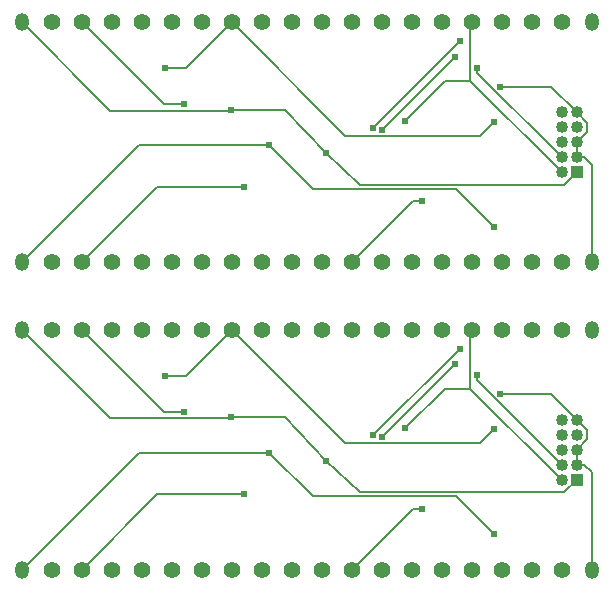
<source format=gbl>
G75*
G70*
%OFA0B0*%
%FSLAX25Y25*%
%IPPOS*%
%LPD*%
%AMOC8*
5,1,8,0,0,1.08239X$1,22.5*
%
%ADD10C,0.05500*%
%ADD13C,0.00600*%
%ADD18R,0.04000X0.04000*%
%ADD25O,0.04720X0.05910*%
%ADD31C,0.02400*%
%ADD39C,0.04000*%
X0010000Y0010000D02*
G01*
D13*
D10*
X0053430Y0015000D03*
X0103430Y0095000D03*
X0093430Y0095000D03*
X0073430Y0095000D03*
X0063430Y0095000D03*
X0133430Y0015000D03*
X0143430Y0015000D03*
X0153430Y0015000D03*
X0163430Y0015000D03*
X0173430Y0015000D03*
X0183430Y0015000D03*
X0113430Y0095000D03*
X0043430Y0015000D03*
X0033430Y0015000D03*
X0023430Y0015000D03*
X0033430Y0095000D03*
X0043430Y0095000D03*
D25*
X0013430Y0015000D03*
D10*
X0143430Y0095000D03*
X0073430Y0015000D03*
X0083430Y0015000D03*
X0093430Y0015000D03*
X0193430Y0015000D03*
D25*
X0203430Y0095000D03*
D10*
X0193430Y0095000D03*
X0183430Y0095000D03*
X0173430Y0095000D03*
X0163430Y0095000D03*
X0153430Y0095000D03*
X0063430Y0015000D03*
D25*
X0203430Y0015000D03*
X0013430Y0095000D03*
D10*
X0053430Y0095000D03*
X0083430Y0095000D03*
X0103430Y0015000D03*
X0113430Y0015000D03*
X0123430Y0015000D03*
X0133430Y0095000D03*
X0123430Y0095000D03*
X0023430Y0095000D03*
D18*
X0198430Y0045000D03*
D39*
X0193430Y0045000D03*
X0198430Y0050000D03*
X0193430Y0050000D03*
X0198430Y0055000D03*
X0193430Y0055000D03*
X0198430Y0060000D03*
X0193430Y0060000D03*
X0198430Y0065000D03*
X0193430Y0065000D03*
D31*
X0061270Y0079780D03*
X0170940Y0061870D03*
X0146900Y0035470D03*
X0165180Y0079900D03*
X0141170Y0062210D03*
X0170900Y0026870D03*
X0095750Y0054160D03*
X0172840Y0073610D03*
X0130590Y0059920D03*
X0159430Y0088760D03*
X0133670Y0059320D03*
X0157990Y0083640D03*
X0087690Y0040230D03*
X0067400Y0067700D03*
X0115030Y0051400D03*
X0083290Y0065840D03*
D13*
X0083430Y0095000D02*
X0068210Y0079780D01*
X0121250Y0057180D02*
X0166250Y0057180D01*
X0068210Y0079780D02*
X0061270Y0079780D01*
X0083430Y0095000D02*
X0121250Y0057180D01*
X0166250Y0057180D02*
X0170940Y0061870D01*
X0123430Y0015000D02*
X0143900Y0035470D01*
X0143900Y0035470D02*
X0146900Y0035470D01*
X0165180Y0078250D02*
X0193430Y0050000D01*
X0165180Y0079900D02*
X0165180Y0078250D01*
X0193430Y0045000D02*
X0163020Y0075410D01*
X0163020Y0094590D02*
X0163430Y0095000D01*
X0163020Y0075410D02*
X0163020Y0094590D01*
X0154370Y0075410D02*
X0141170Y0062210D01*
X0163020Y0075410D02*
X0154370Y0075410D01*
X0095750Y0054160D02*
X0052590Y0054160D01*
X0052590Y0054160D02*
X0013430Y0015000D01*
X0170900Y0026870D02*
X0158270Y0039500D01*
X0110410Y0039500D02*
X0095750Y0054160D01*
X0158270Y0039500D02*
X0110410Y0039500D01*
X0201930Y0058500D02*
X0198430Y0055000D01*
X0198430Y0065000D02*
X0189820Y0073610D01*
X0189820Y0073610D02*
X0172840Y0073610D01*
X0198430Y0050000D02*
X0200930Y0050000D01*
X0200930Y0050000D02*
X0203430Y0047500D01*
X0203430Y0047500D02*
X0203430Y0015000D01*
X0198430Y0055000D02*
X0198430Y0050000D01*
X0198430Y0065000D02*
X0201930Y0061500D01*
X0201930Y0061500D02*
X0201930Y0058500D01*
X0159430Y0088760D02*
X0130590Y0059920D01*
X0157990Y0083640D02*
X0133670Y0059320D01*
X0087690Y0040230D02*
X0058660Y0040230D01*
X0058660Y0040230D02*
X0033430Y0015000D01*
X0060730Y0067700D02*
X0033430Y0095000D01*
X0067400Y0067700D02*
X0060730Y0067700D01*
X0115030Y0051400D02*
X0101340Y0065840D01*
X0126310Y0040870D02*
X0115030Y0051400D01*
X0082970Y0065520D02*
X0083290Y0065840D01*
X0198430Y0045000D02*
X0194300Y0040870D01*
X0101340Y0065840D02*
X0083290Y0065840D01*
X0194300Y0040870D02*
X0126310Y0040870D01*
X0042910Y0065520D02*
X0082970Y0065520D01*
X0013430Y0095000D02*
X0042910Y0065520D01*
X0010000Y0112500D02*
G01*
D13*
D10*
X0053430Y0117500D03*
X0103430Y0197500D03*
X0093430Y0197500D03*
X0073430Y0197500D03*
X0063430Y0197500D03*
X0133430Y0117500D03*
X0143430Y0117500D03*
X0153430Y0117500D03*
X0163430Y0117500D03*
X0173430Y0117500D03*
X0183430Y0117500D03*
X0113430Y0197500D03*
X0043430Y0117500D03*
X0033430Y0117500D03*
X0023430Y0117500D03*
X0033430Y0197500D03*
X0043430Y0197500D03*
D25*
X0013430Y0117500D03*
D10*
X0143430Y0197500D03*
X0073430Y0117500D03*
X0083430Y0117500D03*
X0093430Y0117500D03*
X0193430Y0117500D03*
D25*
X0203430Y0197500D03*
D10*
X0193430Y0197500D03*
X0183430Y0197500D03*
X0173430Y0197500D03*
X0163430Y0197500D03*
X0153430Y0197500D03*
X0063430Y0117500D03*
D25*
X0203430Y0117500D03*
X0013430Y0197500D03*
D10*
X0053430Y0197500D03*
X0083430Y0197500D03*
X0103430Y0117500D03*
X0113430Y0117500D03*
X0123430Y0117500D03*
X0133430Y0197500D03*
X0123430Y0197500D03*
X0023430Y0197500D03*
D18*
X0198430Y0147500D03*
D39*
X0193430Y0147500D03*
X0198430Y0152500D03*
X0193430Y0152500D03*
X0198430Y0157500D03*
X0193430Y0157500D03*
X0198430Y0162500D03*
X0193430Y0162500D03*
X0198430Y0167500D03*
X0193430Y0167500D03*
D31*
X0061270Y0182280D03*
X0170940Y0164370D03*
X0146900Y0137970D03*
X0165180Y0182400D03*
X0141170Y0164710D03*
X0170900Y0129370D03*
X0095750Y0156660D03*
X0172840Y0176110D03*
X0130590Y0162420D03*
X0159430Y0191260D03*
X0133670Y0161820D03*
X0157990Y0186140D03*
X0087690Y0142730D03*
X0067400Y0170200D03*
X0115030Y0153900D03*
X0083290Y0168340D03*
D13*
X0083430Y0197500D02*
X0068210Y0182280D01*
X0121250Y0159680D02*
X0166250Y0159680D01*
X0068210Y0182280D02*
X0061270Y0182280D01*
X0083430Y0197500D02*
X0121250Y0159680D01*
X0166250Y0159680D02*
X0170940Y0164370D01*
X0123430Y0117500D02*
X0143900Y0137970D01*
X0143900Y0137970D02*
X0146900Y0137970D01*
X0165180Y0180750D02*
X0193430Y0152500D01*
X0165180Y0182400D02*
X0165180Y0180750D01*
X0193430Y0147500D02*
X0163020Y0177910D01*
X0163020Y0197090D02*
X0163430Y0197500D01*
X0163020Y0177910D02*
X0163020Y0197090D01*
X0154370Y0177910D02*
X0141170Y0164710D01*
X0163020Y0177910D02*
X0154370Y0177910D01*
X0095750Y0156660D02*
X0052590Y0156660D01*
X0052590Y0156660D02*
X0013430Y0117500D01*
X0170900Y0129370D02*
X0158270Y0142000D01*
X0110410Y0142000D02*
X0095750Y0156660D01*
X0158270Y0142000D02*
X0110410Y0142000D01*
X0201930Y0161000D02*
X0198430Y0157500D01*
X0198430Y0167500D02*
X0189820Y0176110D01*
X0189820Y0176110D02*
X0172840Y0176110D01*
X0198430Y0152500D02*
X0200930Y0152500D01*
X0200930Y0152500D02*
X0203430Y0150000D01*
X0203430Y0150000D02*
X0203430Y0117500D01*
X0198430Y0157500D02*
X0198430Y0152500D01*
X0198430Y0167500D02*
X0201930Y0164000D01*
X0201930Y0164000D02*
X0201930Y0161000D01*
X0159430Y0191260D02*
X0130590Y0162420D01*
X0157990Y0186140D02*
X0133670Y0161820D01*
X0087690Y0142730D02*
X0058660Y0142730D01*
X0058660Y0142730D02*
X0033430Y0117500D01*
X0060730Y0170200D02*
X0033430Y0197500D01*
X0067400Y0170200D02*
X0060730Y0170200D01*
X0115030Y0153900D02*
X0101340Y0168340D01*
X0126310Y0143370D02*
X0115030Y0153900D01*
X0082970Y0168020D02*
X0083290Y0168340D01*
X0198430Y0147500D02*
X0194300Y0143370D01*
X0101340Y0168340D02*
X0083290Y0168340D01*
X0194300Y0143370D02*
X0126310Y0143370D01*
X0042910Y0168020D02*
X0082970Y0168020D01*
X0013430Y0197500D02*
X0042910Y0168020D01*
M02*

</source>
